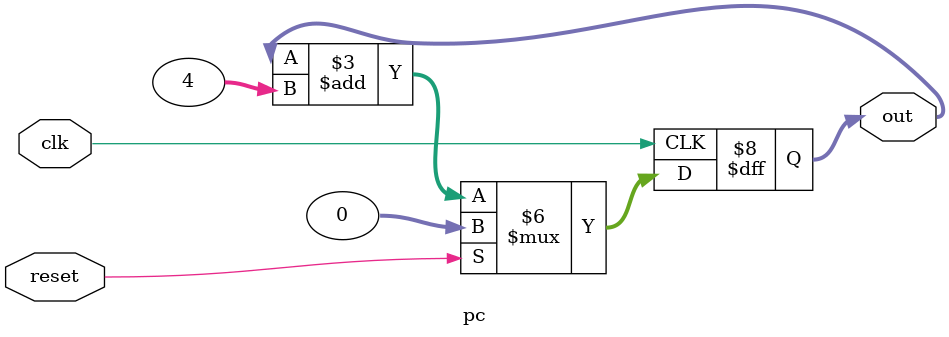
<source format=v>
module pc(clk,reset,out);

input clk;
input reset;
//input [0:31] in;
output reg [0:31] out;

initial
begin
	out=32'b00000000000000000000000000000000;
end

/*always @(in)
begin
	out = in;
end*/

always @(negedge clk)
	if(!reset)
		out = out + 4;
	else
		out = 0;

endmodule


/*module pc_adder(clk,newpc,reset);

input clk;
input [0:31] newpc;
output reg [0:31] reset;

always @(posedge clk)
	reset = newpc+4;
endmodule*/
</source>
